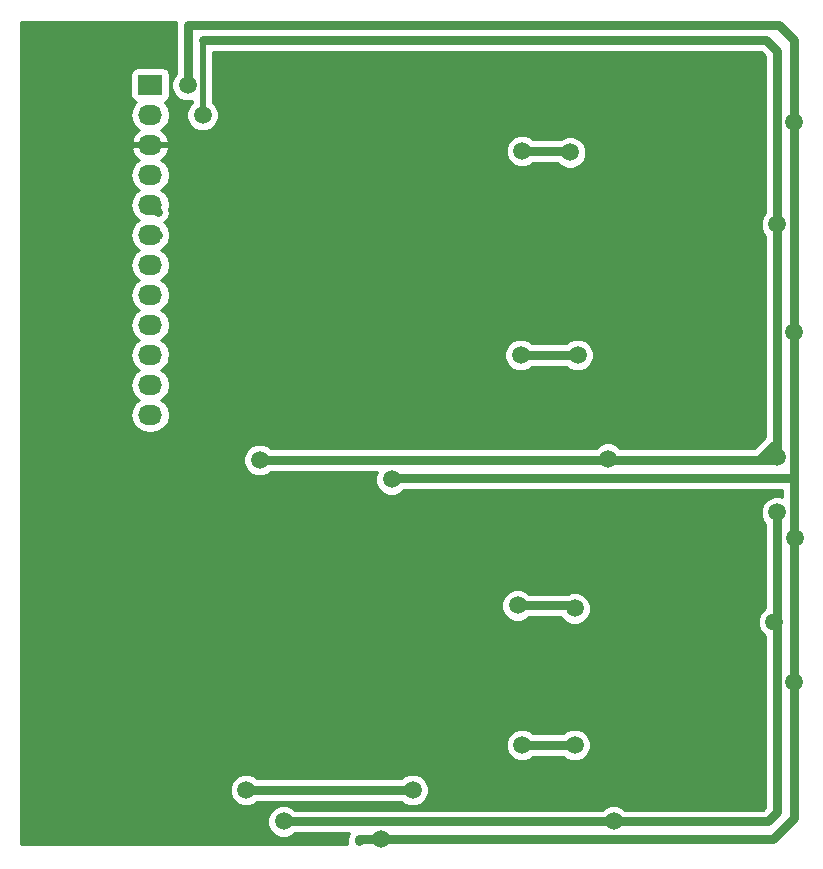
<source format=gbr>
G04 #@! TF.FileFunction,Copper,L2,Bot,Signal*
%FSLAX46Y46*%
G04 Gerber Fmt 4.6, Leading zero omitted, Abs format (unit mm)*
G04 Created by KiCad (PCBNEW 4.0.4+dfsg1-stable) date Thu Oct 20 15:02:09 2016*
%MOMM*%
%LPD*%
G01*
G04 APERTURE LIST*
%ADD10C,0.100000*%
%ADD11R,2.032000X1.727200*%
%ADD12O,2.032000X1.727200*%
%ADD13C,1.500000*%
%ADD14C,0.750000*%
%ADD15C,0.500000*%
%ADD16C,0.254000*%
G04 APERTURE END LIST*
D10*
D11*
X118745000Y-85725000D03*
D12*
X118745000Y-88265000D03*
X118745000Y-90805000D03*
X118745000Y-93345000D03*
X118745000Y-95885000D03*
X118745000Y-98425000D03*
X118745000Y-100965000D03*
X118745000Y-103505000D03*
X118745000Y-106045000D03*
X118745000Y-108585000D03*
X118745000Y-111125000D03*
X118745000Y-113665000D03*
D13*
X173228000Y-106680000D03*
X173355000Y-124079000D03*
X139192000Y-119126000D03*
X138303000Y-149606000D03*
X173228000Y-136271000D03*
X173228000Y-88900000D03*
X121920000Y-85725000D03*
X171831000Y-97536000D03*
X123190000Y-88265000D03*
X157512000Y-117380000D03*
X171577000Y-131191000D03*
X171831000Y-117221000D03*
X157988000Y-148082000D03*
X171831000Y-121920000D03*
X130048000Y-148082000D03*
X128016000Y-117475000D03*
X129413000Y-132588000D03*
X129794000Y-107696000D03*
X135636000Y-143510000D03*
X164846000Y-133096000D03*
X164846000Y-145034000D03*
X169037000Y-141478000D03*
X169418000Y-129413000D03*
X165354000Y-95758000D03*
X165608000Y-113284000D03*
X121920000Y-90805000D03*
X130048000Y-114935000D03*
X126873000Y-145415000D03*
X140970000Y-145415000D03*
X154305000Y-91440000D03*
X150241000Y-91313000D03*
X154940000Y-108585000D03*
X150114000Y-108585000D03*
X149860000Y-129794000D03*
X154686000Y-130048000D03*
X154686000Y-141605000D03*
X150241000Y-141605000D03*
D14*
X173228000Y-136271000D02*
X173228000Y-147828000D01*
X173228000Y-147828000D02*
X171450000Y-149606000D01*
X165989000Y-118999000D02*
X173101000Y-118999000D01*
X173101000Y-118999000D02*
X173228000Y-118872000D01*
X173228000Y-118110000D02*
X173228000Y-118872000D01*
X173228000Y-118872000D02*
X173228000Y-123952000D01*
X173228000Y-123952000D02*
X173355000Y-124079000D01*
X173228000Y-106680000D02*
X173228000Y-118110000D01*
X173228000Y-118110000D02*
X173228000Y-119380000D01*
X163957000Y-80645000D02*
X171958000Y-80645000D01*
X171958000Y-80645000D02*
X172085000Y-80772000D01*
X173228000Y-88900000D02*
X173228000Y-81915000D01*
X173228000Y-81915000D02*
X172085000Y-80772000D01*
X172085000Y-80772000D02*
X172339000Y-81026000D01*
X173355000Y-124079000D02*
X173228000Y-124079000D01*
X173228000Y-124079000D02*
X173355000Y-124079000D01*
X173355000Y-124079000D02*
X173228000Y-124079000D01*
X173228000Y-124079000D02*
X173228000Y-136271000D01*
X139192000Y-119126000D02*
X139192000Y-118999000D01*
X139192000Y-118999000D02*
X139192000Y-119126000D01*
X139192000Y-119126000D02*
X139192000Y-118999000D01*
X166243000Y-118999000D02*
X165989000Y-118999000D01*
X165989000Y-118999000D02*
X165862000Y-118999000D01*
X165862000Y-118999000D02*
X139192000Y-118999000D01*
X138303000Y-149606000D02*
X136398000Y-149606000D01*
X136398000Y-149733000D02*
X136398000Y-149606000D01*
X136398000Y-149606000D02*
X136398000Y-149733000D01*
X136398000Y-149733000D02*
X136398000Y-149606000D01*
X171450000Y-149606000D02*
X138303000Y-149606000D01*
X121920000Y-80645000D02*
X163957000Y-80645000D01*
X163957000Y-80645000D02*
X165100000Y-80645000D01*
X121920000Y-85725000D02*
X121920000Y-80645000D01*
X173228000Y-101600000D02*
X173228000Y-88900000D01*
X173228000Y-101600000D02*
X173228000Y-106680000D01*
X171831000Y-116205000D02*
X171577000Y-116205000D01*
X171577000Y-116205000D02*
X170307000Y-117475000D01*
X171831000Y-100330000D02*
X171831000Y-97536000D01*
X171831000Y-117221000D02*
X171831000Y-116205000D01*
X171831000Y-116205000D02*
X171831000Y-100330000D01*
X171831000Y-97536000D02*
X171831000Y-82819998D01*
X165989000Y-81915000D02*
X170434000Y-81915000D01*
X123190000Y-81915000D02*
X165989000Y-81915000D01*
D15*
X123190000Y-88265000D02*
X123190000Y-81915000D01*
D14*
X170926002Y-81915000D02*
X171831000Y-82819998D01*
X170434000Y-81915000D02*
X170926002Y-81915000D01*
X157480000Y-117475000D02*
X157480000Y-117412000D01*
X157480000Y-117412000D02*
X157512000Y-117380000D01*
X154940000Y-117475000D02*
X157480000Y-117475000D01*
X157480000Y-117475000D02*
X170307000Y-117475000D01*
X170307000Y-117475000D02*
X171577000Y-117475000D01*
X171577000Y-117475000D02*
X171831000Y-117221000D01*
X171831000Y-131191000D02*
X171831000Y-130937000D01*
X171577000Y-131191000D02*
X171831000Y-131191000D01*
X171831000Y-130048000D02*
X171831000Y-147320000D01*
X171069000Y-148082000D02*
X170688000Y-148082000D01*
X171831000Y-147320000D02*
X171069000Y-148082000D01*
X171577000Y-117475000D02*
X171831000Y-117221000D01*
X171831000Y-121920000D02*
X171831000Y-130048000D01*
X171831000Y-130048000D02*
X171831000Y-130937000D01*
X171831000Y-130937000D02*
X171704000Y-131064000D01*
X171831000Y-117221000D02*
X171958000Y-117348000D01*
X171704000Y-122047000D02*
X171831000Y-121920000D01*
X157226000Y-148082000D02*
X130048000Y-148082000D01*
X128016000Y-117475000D02*
X154940000Y-117475000D01*
X154940000Y-117475000D02*
X155067000Y-117475000D01*
X171704000Y-131064000D02*
X171577000Y-131064000D01*
X171577000Y-131064000D02*
X171704000Y-131064000D01*
X171704000Y-131064000D02*
X171577000Y-131064000D01*
X170688000Y-148082000D02*
X157988000Y-148082000D01*
X157988000Y-148082000D02*
X157226000Y-148082000D01*
X157226000Y-148082000D02*
X156210000Y-148082000D01*
X155067000Y-117475000D02*
X154432000Y-117475000D01*
X135636000Y-143510000D02*
X135509000Y-143510000D01*
X164846000Y-133096000D02*
X164846000Y-132969000D01*
X169037000Y-141478000D02*
X168910000Y-141478000D01*
X169418000Y-129413000D02*
X169291000Y-129413000D01*
X140970000Y-145415000D02*
X126873000Y-145415000D01*
X119380000Y-96520000D02*
X118745000Y-95885000D01*
X119380000Y-98425000D02*
X118745000Y-98425000D01*
X154178000Y-91313000D02*
X150241000Y-91313000D01*
X154305000Y-91440000D02*
X154178000Y-91313000D01*
X154940000Y-108585000D02*
X150114000Y-108585000D01*
X154432000Y-129794000D02*
X149860000Y-129794000D01*
X154686000Y-130048000D02*
X154432000Y-129794000D01*
X154686000Y-141605000D02*
X150241000Y-141605000D01*
D16*
G36*
X120910000Y-80645000D02*
X120910000Y-84776260D01*
X120746539Y-84939436D01*
X120535241Y-85448298D01*
X120534760Y-85999285D01*
X120745169Y-86508515D01*
X121134436Y-86898461D01*
X121643298Y-87109759D01*
X122194285Y-87110240D01*
X122305000Y-87064494D01*
X122305000Y-87191477D01*
X122016539Y-87479436D01*
X121805241Y-87988298D01*
X121804760Y-88539285D01*
X122015169Y-89048515D01*
X122404436Y-89438461D01*
X122913298Y-89649759D01*
X123464285Y-89650240D01*
X123973515Y-89439831D01*
X124363461Y-89050564D01*
X124574759Y-88541702D01*
X124575240Y-87990715D01*
X124364831Y-87481485D01*
X124075000Y-87191148D01*
X124075000Y-82925000D01*
X170507646Y-82925000D01*
X170821000Y-83238354D01*
X170821000Y-96587260D01*
X170657539Y-96750436D01*
X170446241Y-97259298D01*
X170445760Y-97810285D01*
X170656169Y-98319515D01*
X170821000Y-98484634D01*
X170821000Y-115532644D01*
X169888644Y-116465000D01*
X158555575Y-116465000D01*
X158297564Y-116206539D01*
X157788702Y-115995241D01*
X157237715Y-115994760D01*
X156728485Y-116205169D01*
X156468201Y-116465000D01*
X128964740Y-116465000D01*
X128801564Y-116301539D01*
X128292702Y-116090241D01*
X127741715Y-116089760D01*
X127232485Y-116300169D01*
X126842539Y-116689436D01*
X126631241Y-117198298D01*
X126630760Y-117749285D01*
X126841169Y-118258515D01*
X127230436Y-118648461D01*
X127739298Y-118859759D01*
X128290285Y-118860240D01*
X128799515Y-118649831D01*
X128964634Y-118485000D01*
X137958511Y-118485000D01*
X137807241Y-118849298D01*
X137806760Y-119400285D01*
X138017169Y-119909515D01*
X138406436Y-120299461D01*
X138915298Y-120510759D01*
X139466285Y-120511240D01*
X139975515Y-120300831D01*
X140267855Y-120009000D01*
X172218000Y-120009000D01*
X172218000Y-120581041D01*
X172107702Y-120535241D01*
X171556715Y-120534760D01*
X171047485Y-120745169D01*
X170657539Y-121134436D01*
X170446241Y-121643298D01*
X170445760Y-122194285D01*
X170656169Y-122703515D01*
X170821000Y-122868634D01*
X170821000Y-130004800D01*
X170793485Y-130016169D01*
X170403539Y-130405436D01*
X170192241Y-130914298D01*
X170191760Y-131465285D01*
X170402169Y-131974515D01*
X170791436Y-132364461D01*
X170821000Y-132376737D01*
X170821000Y-146901644D01*
X170650644Y-147072000D01*
X158936740Y-147072000D01*
X158773564Y-146908539D01*
X158264702Y-146697241D01*
X157713715Y-146696760D01*
X157204485Y-146907169D01*
X157039366Y-147072000D01*
X130996740Y-147072000D01*
X130833564Y-146908539D01*
X130324702Y-146697241D01*
X129773715Y-146696760D01*
X129264485Y-146907169D01*
X128874539Y-147296436D01*
X128663241Y-147805298D01*
X128662760Y-148356285D01*
X128873169Y-148865515D01*
X129262436Y-149255461D01*
X129771298Y-149466759D01*
X130322285Y-149467240D01*
X130831515Y-149256831D01*
X130996634Y-149092000D01*
X135550068Y-149092000D01*
X135464882Y-149219490D01*
X135388000Y-149606000D01*
X135388000Y-149733000D01*
X135438524Y-149987000D01*
X107823000Y-149987000D01*
X107823000Y-145689285D01*
X125487760Y-145689285D01*
X125698169Y-146198515D01*
X126087436Y-146588461D01*
X126596298Y-146799759D01*
X127147285Y-146800240D01*
X127656515Y-146589831D01*
X127821634Y-146425000D01*
X140021260Y-146425000D01*
X140184436Y-146588461D01*
X140693298Y-146799759D01*
X141244285Y-146800240D01*
X141753515Y-146589831D01*
X142143461Y-146200564D01*
X142354759Y-145691702D01*
X142355240Y-145140715D01*
X142144831Y-144631485D01*
X141755564Y-144241539D01*
X141246702Y-144030241D01*
X140695715Y-144029760D01*
X140186485Y-144240169D01*
X140021366Y-144405000D01*
X127821740Y-144405000D01*
X127658564Y-144241539D01*
X127149702Y-144030241D01*
X126598715Y-144029760D01*
X126089485Y-144240169D01*
X125699539Y-144629436D01*
X125488241Y-145138298D01*
X125487760Y-145689285D01*
X107823000Y-145689285D01*
X107823000Y-141879285D01*
X148855760Y-141879285D01*
X149066169Y-142388515D01*
X149455436Y-142778461D01*
X149964298Y-142989759D01*
X150515285Y-142990240D01*
X151024515Y-142779831D01*
X151189634Y-142615000D01*
X153737260Y-142615000D01*
X153900436Y-142778461D01*
X154409298Y-142989759D01*
X154960285Y-142990240D01*
X155469515Y-142779831D01*
X155859461Y-142390564D01*
X156070759Y-141881702D01*
X156071240Y-141330715D01*
X155860831Y-140821485D01*
X155471564Y-140431539D01*
X154962702Y-140220241D01*
X154411715Y-140219760D01*
X153902485Y-140430169D01*
X153737366Y-140595000D01*
X151189740Y-140595000D01*
X151026564Y-140431539D01*
X150517702Y-140220241D01*
X149966715Y-140219760D01*
X149457485Y-140430169D01*
X149067539Y-140819436D01*
X148856241Y-141328298D01*
X148855760Y-141879285D01*
X107823000Y-141879285D01*
X107823000Y-130068285D01*
X148474760Y-130068285D01*
X148685169Y-130577515D01*
X149074436Y-130967461D01*
X149583298Y-131178759D01*
X150134285Y-131179240D01*
X150643515Y-130968831D01*
X150808634Y-130804000D01*
X153499800Y-130804000D01*
X153511169Y-130831515D01*
X153900436Y-131221461D01*
X154409298Y-131432759D01*
X154960285Y-131433240D01*
X155469515Y-131222831D01*
X155859461Y-130833564D01*
X156070759Y-130324702D01*
X156071240Y-129773715D01*
X155860831Y-129264485D01*
X155471564Y-128874539D01*
X154962702Y-128663241D01*
X154411715Y-128662760D01*
X154118291Y-128784000D01*
X150808740Y-128784000D01*
X150645564Y-128620539D01*
X150136702Y-128409241D01*
X149585715Y-128408760D01*
X149076485Y-128619169D01*
X148686539Y-129008436D01*
X148475241Y-129517298D01*
X148474760Y-130068285D01*
X107823000Y-130068285D01*
X107823000Y-93345000D01*
X117061655Y-93345000D01*
X117175729Y-93918489D01*
X117500585Y-94404670D01*
X117815366Y-94615000D01*
X117500585Y-94825330D01*
X117175729Y-95311511D01*
X117061655Y-95885000D01*
X117175729Y-96458489D01*
X117500585Y-96944670D01*
X117815366Y-97155000D01*
X117500585Y-97365330D01*
X117175729Y-97851511D01*
X117061655Y-98425000D01*
X117175729Y-98998489D01*
X117500585Y-99484670D01*
X117815366Y-99695000D01*
X117500585Y-99905330D01*
X117175729Y-100391511D01*
X117061655Y-100965000D01*
X117175729Y-101538489D01*
X117500585Y-102024670D01*
X117815366Y-102235000D01*
X117500585Y-102445330D01*
X117175729Y-102931511D01*
X117061655Y-103505000D01*
X117175729Y-104078489D01*
X117500585Y-104564670D01*
X117815366Y-104775000D01*
X117500585Y-104985330D01*
X117175729Y-105471511D01*
X117061655Y-106045000D01*
X117175729Y-106618489D01*
X117500585Y-107104670D01*
X117815366Y-107315000D01*
X117500585Y-107525330D01*
X117175729Y-108011511D01*
X117061655Y-108585000D01*
X117175729Y-109158489D01*
X117500585Y-109644670D01*
X117815366Y-109855000D01*
X117500585Y-110065330D01*
X117175729Y-110551511D01*
X117061655Y-111125000D01*
X117175729Y-111698489D01*
X117500585Y-112184670D01*
X117815366Y-112395000D01*
X117500585Y-112605330D01*
X117175729Y-113091511D01*
X117061655Y-113665000D01*
X117175729Y-114238489D01*
X117500585Y-114724670D01*
X117986766Y-115049526D01*
X118560255Y-115163600D01*
X118929745Y-115163600D01*
X119503234Y-115049526D01*
X119989415Y-114724670D01*
X120314271Y-114238489D01*
X120428345Y-113665000D01*
X120314271Y-113091511D01*
X119989415Y-112605330D01*
X119674634Y-112395000D01*
X119989415Y-112184670D01*
X120314271Y-111698489D01*
X120428345Y-111125000D01*
X120314271Y-110551511D01*
X119989415Y-110065330D01*
X119674634Y-109855000D01*
X119989415Y-109644670D01*
X120314271Y-109158489D01*
X120373786Y-108859285D01*
X148728760Y-108859285D01*
X148939169Y-109368515D01*
X149328436Y-109758461D01*
X149837298Y-109969759D01*
X150388285Y-109970240D01*
X150897515Y-109759831D01*
X151062634Y-109595000D01*
X153991260Y-109595000D01*
X154154436Y-109758461D01*
X154663298Y-109969759D01*
X155214285Y-109970240D01*
X155723515Y-109759831D01*
X156113461Y-109370564D01*
X156324759Y-108861702D01*
X156325240Y-108310715D01*
X156114831Y-107801485D01*
X155725564Y-107411539D01*
X155216702Y-107200241D01*
X154665715Y-107199760D01*
X154156485Y-107410169D01*
X153991366Y-107575000D01*
X151062740Y-107575000D01*
X150899564Y-107411539D01*
X150390702Y-107200241D01*
X149839715Y-107199760D01*
X149330485Y-107410169D01*
X148940539Y-107799436D01*
X148729241Y-108308298D01*
X148728760Y-108859285D01*
X120373786Y-108859285D01*
X120428345Y-108585000D01*
X120314271Y-108011511D01*
X119989415Y-107525330D01*
X119674634Y-107315000D01*
X119989415Y-107104670D01*
X120314271Y-106618489D01*
X120428345Y-106045000D01*
X120314271Y-105471511D01*
X119989415Y-104985330D01*
X119674634Y-104775000D01*
X119989415Y-104564670D01*
X120314271Y-104078489D01*
X120428345Y-103505000D01*
X120314271Y-102931511D01*
X119989415Y-102445330D01*
X119674634Y-102235000D01*
X119989415Y-102024670D01*
X120314271Y-101538489D01*
X120428345Y-100965000D01*
X120314271Y-100391511D01*
X119989415Y-99905330D01*
X119674634Y-99695000D01*
X119989415Y-99484670D01*
X120314271Y-98998489D01*
X120428345Y-98425000D01*
X120314271Y-97851511D01*
X119989415Y-97365330D01*
X119943655Y-97334754D01*
X120094178Y-97234178D01*
X120313118Y-96906510D01*
X120390000Y-96520000D01*
X120346018Y-96298887D01*
X120428345Y-95885000D01*
X120314271Y-95311511D01*
X119989415Y-94825330D01*
X119674634Y-94615000D01*
X119989415Y-94404670D01*
X120314271Y-93918489D01*
X120428345Y-93345000D01*
X120314271Y-92771511D01*
X119989415Y-92285330D01*
X119679931Y-92078539D01*
X120095732Y-91707036D01*
X120153416Y-91587285D01*
X148855760Y-91587285D01*
X149066169Y-92096515D01*
X149455436Y-92486461D01*
X149964298Y-92697759D01*
X150515285Y-92698240D01*
X151024515Y-92487831D01*
X151189634Y-92323000D01*
X153229481Y-92323000D01*
X153519436Y-92613461D01*
X154028298Y-92824759D01*
X154579285Y-92825240D01*
X155088515Y-92614831D01*
X155478461Y-92225564D01*
X155689759Y-91716702D01*
X155690240Y-91165715D01*
X155479831Y-90656485D01*
X155090564Y-90266539D01*
X154581702Y-90055241D01*
X154030715Y-90054760D01*
X153521485Y-90265169D01*
X153483588Y-90303000D01*
X151189740Y-90303000D01*
X151026564Y-90139539D01*
X150517702Y-89928241D01*
X149966715Y-89927760D01*
X149457485Y-90138169D01*
X149067539Y-90527436D01*
X148856241Y-91036298D01*
X148855760Y-91587285D01*
X120153416Y-91587285D01*
X120349709Y-91179791D01*
X120352358Y-91164026D01*
X120231217Y-90932000D01*
X118872000Y-90932000D01*
X118872000Y-90952000D01*
X118618000Y-90952000D01*
X118618000Y-90932000D01*
X117258783Y-90932000D01*
X117137642Y-91164026D01*
X117140291Y-91179791D01*
X117394268Y-91707036D01*
X117810069Y-92078539D01*
X117500585Y-92285330D01*
X117175729Y-92771511D01*
X117061655Y-93345000D01*
X107823000Y-93345000D01*
X107823000Y-88265000D01*
X117061655Y-88265000D01*
X117175729Y-88838489D01*
X117500585Y-89324670D01*
X117810069Y-89531461D01*
X117394268Y-89902964D01*
X117140291Y-90430209D01*
X117137642Y-90445974D01*
X117258783Y-90678000D01*
X118618000Y-90678000D01*
X118618000Y-90658000D01*
X118872000Y-90658000D01*
X118872000Y-90678000D01*
X120231217Y-90678000D01*
X120352358Y-90445974D01*
X120349709Y-90430209D01*
X120095732Y-89902964D01*
X119679931Y-89531461D01*
X119989415Y-89324670D01*
X120314271Y-88838489D01*
X120428345Y-88265000D01*
X120314271Y-87691511D01*
X119989415Y-87205330D01*
X119975087Y-87195757D01*
X119996317Y-87191762D01*
X120212441Y-87052690D01*
X120357431Y-86840490D01*
X120408440Y-86588600D01*
X120408440Y-84861400D01*
X120364162Y-84626083D01*
X120225090Y-84409959D01*
X120012890Y-84264969D01*
X119761000Y-84213960D01*
X117729000Y-84213960D01*
X117493683Y-84258238D01*
X117277559Y-84397310D01*
X117132569Y-84609510D01*
X117081560Y-84861400D01*
X117081560Y-86588600D01*
X117125838Y-86823917D01*
X117264910Y-87040041D01*
X117477110Y-87185031D01*
X117518439Y-87193400D01*
X117500585Y-87205330D01*
X117175729Y-87691511D01*
X117061655Y-88265000D01*
X107823000Y-88265000D01*
X107823000Y-80391000D01*
X120960524Y-80391000D01*
X120910000Y-80645000D01*
X120910000Y-80645000D01*
G37*
X120910000Y-80645000D02*
X120910000Y-84776260D01*
X120746539Y-84939436D01*
X120535241Y-85448298D01*
X120534760Y-85999285D01*
X120745169Y-86508515D01*
X121134436Y-86898461D01*
X121643298Y-87109759D01*
X122194285Y-87110240D01*
X122305000Y-87064494D01*
X122305000Y-87191477D01*
X122016539Y-87479436D01*
X121805241Y-87988298D01*
X121804760Y-88539285D01*
X122015169Y-89048515D01*
X122404436Y-89438461D01*
X122913298Y-89649759D01*
X123464285Y-89650240D01*
X123973515Y-89439831D01*
X124363461Y-89050564D01*
X124574759Y-88541702D01*
X124575240Y-87990715D01*
X124364831Y-87481485D01*
X124075000Y-87191148D01*
X124075000Y-82925000D01*
X170507646Y-82925000D01*
X170821000Y-83238354D01*
X170821000Y-96587260D01*
X170657539Y-96750436D01*
X170446241Y-97259298D01*
X170445760Y-97810285D01*
X170656169Y-98319515D01*
X170821000Y-98484634D01*
X170821000Y-115532644D01*
X169888644Y-116465000D01*
X158555575Y-116465000D01*
X158297564Y-116206539D01*
X157788702Y-115995241D01*
X157237715Y-115994760D01*
X156728485Y-116205169D01*
X156468201Y-116465000D01*
X128964740Y-116465000D01*
X128801564Y-116301539D01*
X128292702Y-116090241D01*
X127741715Y-116089760D01*
X127232485Y-116300169D01*
X126842539Y-116689436D01*
X126631241Y-117198298D01*
X126630760Y-117749285D01*
X126841169Y-118258515D01*
X127230436Y-118648461D01*
X127739298Y-118859759D01*
X128290285Y-118860240D01*
X128799515Y-118649831D01*
X128964634Y-118485000D01*
X137958511Y-118485000D01*
X137807241Y-118849298D01*
X137806760Y-119400285D01*
X138017169Y-119909515D01*
X138406436Y-120299461D01*
X138915298Y-120510759D01*
X139466285Y-120511240D01*
X139975515Y-120300831D01*
X140267855Y-120009000D01*
X172218000Y-120009000D01*
X172218000Y-120581041D01*
X172107702Y-120535241D01*
X171556715Y-120534760D01*
X171047485Y-120745169D01*
X170657539Y-121134436D01*
X170446241Y-121643298D01*
X170445760Y-122194285D01*
X170656169Y-122703515D01*
X170821000Y-122868634D01*
X170821000Y-130004800D01*
X170793485Y-130016169D01*
X170403539Y-130405436D01*
X170192241Y-130914298D01*
X170191760Y-131465285D01*
X170402169Y-131974515D01*
X170791436Y-132364461D01*
X170821000Y-132376737D01*
X170821000Y-146901644D01*
X170650644Y-147072000D01*
X158936740Y-147072000D01*
X158773564Y-146908539D01*
X158264702Y-146697241D01*
X157713715Y-146696760D01*
X157204485Y-146907169D01*
X157039366Y-147072000D01*
X130996740Y-147072000D01*
X130833564Y-146908539D01*
X130324702Y-146697241D01*
X129773715Y-146696760D01*
X129264485Y-146907169D01*
X128874539Y-147296436D01*
X128663241Y-147805298D01*
X128662760Y-148356285D01*
X128873169Y-148865515D01*
X129262436Y-149255461D01*
X129771298Y-149466759D01*
X130322285Y-149467240D01*
X130831515Y-149256831D01*
X130996634Y-149092000D01*
X135550068Y-149092000D01*
X135464882Y-149219490D01*
X135388000Y-149606000D01*
X135388000Y-149733000D01*
X135438524Y-149987000D01*
X107823000Y-149987000D01*
X107823000Y-145689285D01*
X125487760Y-145689285D01*
X125698169Y-146198515D01*
X126087436Y-146588461D01*
X126596298Y-146799759D01*
X127147285Y-146800240D01*
X127656515Y-146589831D01*
X127821634Y-146425000D01*
X140021260Y-146425000D01*
X140184436Y-146588461D01*
X140693298Y-146799759D01*
X141244285Y-146800240D01*
X141753515Y-146589831D01*
X142143461Y-146200564D01*
X142354759Y-145691702D01*
X142355240Y-145140715D01*
X142144831Y-144631485D01*
X141755564Y-144241539D01*
X141246702Y-144030241D01*
X140695715Y-144029760D01*
X140186485Y-144240169D01*
X140021366Y-144405000D01*
X127821740Y-144405000D01*
X127658564Y-144241539D01*
X127149702Y-144030241D01*
X126598715Y-144029760D01*
X126089485Y-144240169D01*
X125699539Y-144629436D01*
X125488241Y-145138298D01*
X125487760Y-145689285D01*
X107823000Y-145689285D01*
X107823000Y-141879285D01*
X148855760Y-141879285D01*
X149066169Y-142388515D01*
X149455436Y-142778461D01*
X149964298Y-142989759D01*
X150515285Y-142990240D01*
X151024515Y-142779831D01*
X151189634Y-142615000D01*
X153737260Y-142615000D01*
X153900436Y-142778461D01*
X154409298Y-142989759D01*
X154960285Y-142990240D01*
X155469515Y-142779831D01*
X155859461Y-142390564D01*
X156070759Y-141881702D01*
X156071240Y-141330715D01*
X155860831Y-140821485D01*
X155471564Y-140431539D01*
X154962702Y-140220241D01*
X154411715Y-140219760D01*
X153902485Y-140430169D01*
X153737366Y-140595000D01*
X151189740Y-140595000D01*
X151026564Y-140431539D01*
X150517702Y-140220241D01*
X149966715Y-140219760D01*
X149457485Y-140430169D01*
X149067539Y-140819436D01*
X148856241Y-141328298D01*
X148855760Y-141879285D01*
X107823000Y-141879285D01*
X107823000Y-130068285D01*
X148474760Y-130068285D01*
X148685169Y-130577515D01*
X149074436Y-130967461D01*
X149583298Y-131178759D01*
X150134285Y-131179240D01*
X150643515Y-130968831D01*
X150808634Y-130804000D01*
X153499800Y-130804000D01*
X153511169Y-130831515D01*
X153900436Y-131221461D01*
X154409298Y-131432759D01*
X154960285Y-131433240D01*
X155469515Y-131222831D01*
X155859461Y-130833564D01*
X156070759Y-130324702D01*
X156071240Y-129773715D01*
X155860831Y-129264485D01*
X155471564Y-128874539D01*
X154962702Y-128663241D01*
X154411715Y-128662760D01*
X154118291Y-128784000D01*
X150808740Y-128784000D01*
X150645564Y-128620539D01*
X150136702Y-128409241D01*
X149585715Y-128408760D01*
X149076485Y-128619169D01*
X148686539Y-129008436D01*
X148475241Y-129517298D01*
X148474760Y-130068285D01*
X107823000Y-130068285D01*
X107823000Y-93345000D01*
X117061655Y-93345000D01*
X117175729Y-93918489D01*
X117500585Y-94404670D01*
X117815366Y-94615000D01*
X117500585Y-94825330D01*
X117175729Y-95311511D01*
X117061655Y-95885000D01*
X117175729Y-96458489D01*
X117500585Y-96944670D01*
X117815366Y-97155000D01*
X117500585Y-97365330D01*
X117175729Y-97851511D01*
X117061655Y-98425000D01*
X117175729Y-98998489D01*
X117500585Y-99484670D01*
X117815366Y-99695000D01*
X117500585Y-99905330D01*
X117175729Y-100391511D01*
X117061655Y-100965000D01*
X117175729Y-101538489D01*
X117500585Y-102024670D01*
X117815366Y-102235000D01*
X117500585Y-102445330D01*
X117175729Y-102931511D01*
X117061655Y-103505000D01*
X117175729Y-104078489D01*
X117500585Y-104564670D01*
X117815366Y-104775000D01*
X117500585Y-104985330D01*
X117175729Y-105471511D01*
X117061655Y-106045000D01*
X117175729Y-106618489D01*
X117500585Y-107104670D01*
X117815366Y-107315000D01*
X117500585Y-107525330D01*
X117175729Y-108011511D01*
X117061655Y-108585000D01*
X117175729Y-109158489D01*
X117500585Y-109644670D01*
X117815366Y-109855000D01*
X117500585Y-110065330D01*
X117175729Y-110551511D01*
X117061655Y-111125000D01*
X117175729Y-111698489D01*
X117500585Y-112184670D01*
X117815366Y-112395000D01*
X117500585Y-112605330D01*
X117175729Y-113091511D01*
X117061655Y-113665000D01*
X117175729Y-114238489D01*
X117500585Y-114724670D01*
X117986766Y-115049526D01*
X118560255Y-115163600D01*
X118929745Y-115163600D01*
X119503234Y-115049526D01*
X119989415Y-114724670D01*
X120314271Y-114238489D01*
X120428345Y-113665000D01*
X120314271Y-113091511D01*
X119989415Y-112605330D01*
X119674634Y-112395000D01*
X119989415Y-112184670D01*
X120314271Y-111698489D01*
X120428345Y-111125000D01*
X120314271Y-110551511D01*
X119989415Y-110065330D01*
X119674634Y-109855000D01*
X119989415Y-109644670D01*
X120314271Y-109158489D01*
X120373786Y-108859285D01*
X148728760Y-108859285D01*
X148939169Y-109368515D01*
X149328436Y-109758461D01*
X149837298Y-109969759D01*
X150388285Y-109970240D01*
X150897515Y-109759831D01*
X151062634Y-109595000D01*
X153991260Y-109595000D01*
X154154436Y-109758461D01*
X154663298Y-109969759D01*
X155214285Y-109970240D01*
X155723515Y-109759831D01*
X156113461Y-109370564D01*
X156324759Y-108861702D01*
X156325240Y-108310715D01*
X156114831Y-107801485D01*
X155725564Y-107411539D01*
X155216702Y-107200241D01*
X154665715Y-107199760D01*
X154156485Y-107410169D01*
X153991366Y-107575000D01*
X151062740Y-107575000D01*
X150899564Y-107411539D01*
X150390702Y-107200241D01*
X149839715Y-107199760D01*
X149330485Y-107410169D01*
X148940539Y-107799436D01*
X148729241Y-108308298D01*
X148728760Y-108859285D01*
X120373786Y-108859285D01*
X120428345Y-108585000D01*
X120314271Y-108011511D01*
X119989415Y-107525330D01*
X119674634Y-107315000D01*
X119989415Y-107104670D01*
X120314271Y-106618489D01*
X120428345Y-106045000D01*
X120314271Y-105471511D01*
X119989415Y-104985330D01*
X119674634Y-104775000D01*
X119989415Y-104564670D01*
X120314271Y-104078489D01*
X120428345Y-103505000D01*
X120314271Y-102931511D01*
X119989415Y-102445330D01*
X119674634Y-102235000D01*
X119989415Y-102024670D01*
X120314271Y-101538489D01*
X120428345Y-100965000D01*
X120314271Y-100391511D01*
X119989415Y-99905330D01*
X119674634Y-99695000D01*
X119989415Y-99484670D01*
X120314271Y-98998489D01*
X120428345Y-98425000D01*
X120314271Y-97851511D01*
X119989415Y-97365330D01*
X119943655Y-97334754D01*
X120094178Y-97234178D01*
X120313118Y-96906510D01*
X120390000Y-96520000D01*
X120346018Y-96298887D01*
X120428345Y-95885000D01*
X120314271Y-95311511D01*
X119989415Y-94825330D01*
X119674634Y-94615000D01*
X119989415Y-94404670D01*
X120314271Y-93918489D01*
X120428345Y-93345000D01*
X120314271Y-92771511D01*
X119989415Y-92285330D01*
X119679931Y-92078539D01*
X120095732Y-91707036D01*
X120153416Y-91587285D01*
X148855760Y-91587285D01*
X149066169Y-92096515D01*
X149455436Y-92486461D01*
X149964298Y-92697759D01*
X150515285Y-92698240D01*
X151024515Y-92487831D01*
X151189634Y-92323000D01*
X153229481Y-92323000D01*
X153519436Y-92613461D01*
X154028298Y-92824759D01*
X154579285Y-92825240D01*
X155088515Y-92614831D01*
X155478461Y-92225564D01*
X155689759Y-91716702D01*
X155690240Y-91165715D01*
X155479831Y-90656485D01*
X155090564Y-90266539D01*
X154581702Y-90055241D01*
X154030715Y-90054760D01*
X153521485Y-90265169D01*
X153483588Y-90303000D01*
X151189740Y-90303000D01*
X151026564Y-90139539D01*
X150517702Y-89928241D01*
X149966715Y-89927760D01*
X149457485Y-90138169D01*
X149067539Y-90527436D01*
X148856241Y-91036298D01*
X148855760Y-91587285D01*
X120153416Y-91587285D01*
X120349709Y-91179791D01*
X120352358Y-91164026D01*
X120231217Y-90932000D01*
X118872000Y-90932000D01*
X118872000Y-90952000D01*
X118618000Y-90952000D01*
X118618000Y-90932000D01*
X117258783Y-90932000D01*
X117137642Y-91164026D01*
X117140291Y-91179791D01*
X117394268Y-91707036D01*
X117810069Y-92078539D01*
X117500585Y-92285330D01*
X117175729Y-92771511D01*
X117061655Y-93345000D01*
X107823000Y-93345000D01*
X107823000Y-88265000D01*
X117061655Y-88265000D01*
X117175729Y-88838489D01*
X117500585Y-89324670D01*
X117810069Y-89531461D01*
X117394268Y-89902964D01*
X117140291Y-90430209D01*
X117137642Y-90445974D01*
X117258783Y-90678000D01*
X118618000Y-90678000D01*
X118618000Y-90658000D01*
X118872000Y-90658000D01*
X118872000Y-90678000D01*
X120231217Y-90678000D01*
X120352358Y-90445974D01*
X120349709Y-90430209D01*
X120095732Y-89902964D01*
X119679931Y-89531461D01*
X119989415Y-89324670D01*
X120314271Y-88838489D01*
X120428345Y-88265000D01*
X120314271Y-87691511D01*
X119989415Y-87205330D01*
X119975087Y-87195757D01*
X119996317Y-87191762D01*
X120212441Y-87052690D01*
X120357431Y-86840490D01*
X120408440Y-86588600D01*
X120408440Y-84861400D01*
X120364162Y-84626083D01*
X120225090Y-84409959D01*
X120012890Y-84264969D01*
X119761000Y-84213960D01*
X117729000Y-84213960D01*
X117493683Y-84258238D01*
X117277559Y-84397310D01*
X117132569Y-84609510D01*
X117081560Y-84861400D01*
X117081560Y-86588600D01*
X117125838Y-86823917D01*
X117264910Y-87040041D01*
X117477110Y-87185031D01*
X117518439Y-87193400D01*
X117500585Y-87205330D01*
X117175729Y-87691511D01*
X117061655Y-88265000D01*
X107823000Y-88265000D01*
X107823000Y-80391000D01*
X120960524Y-80391000D01*
X120910000Y-80645000D01*
M02*

</source>
